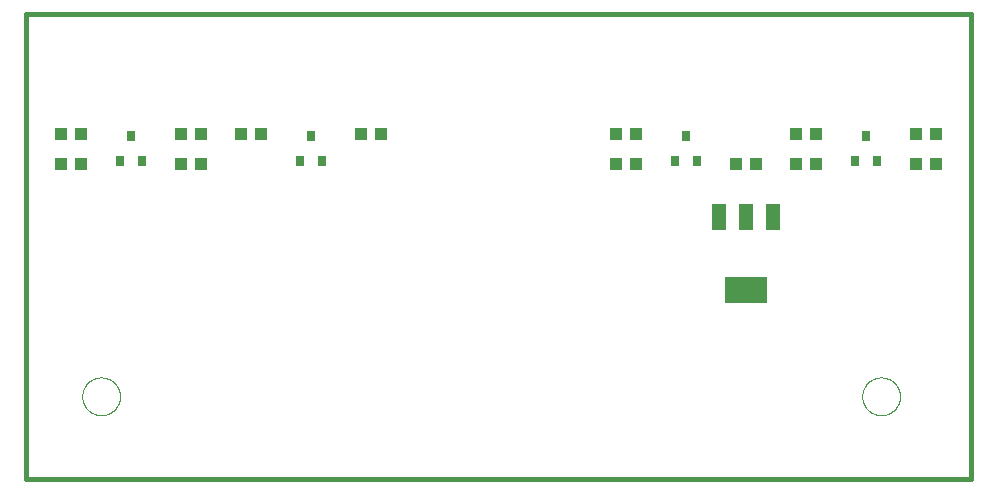
<source format=gtp>
G75*
%MOIN*%
%OFA0B0*%
%FSLAX25Y25*%
%IPPOS*%
%LPD*%
%AMOC8*
5,1,8,0,0,1.08239X$1,22.5*
%
%ADD10C,0.00000*%
%ADD11C,0.01600*%
%ADD12R,0.03150X0.03543*%
%ADD13R,0.04331X0.03937*%
%ADD14R,0.04799X0.08799*%
%ADD15R,0.14173X0.08661*%
D10*
X0020501Y0029300D02*
X0020503Y0029458D01*
X0020509Y0029616D01*
X0020519Y0029774D01*
X0020533Y0029932D01*
X0020551Y0030089D01*
X0020572Y0030246D01*
X0020598Y0030402D01*
X0020628Y0030558D01*
X0020661Y0030713D01*
X0020699Y0030866D01*
X0020740Y0031019D01*
X0020785Y0031171D01*
X0020834Y0031322D01*
X0020887Y0031471D01*
X0020943Y0031619D01*
X0021003Y0031765D01*
X0021067Y0031910D01*
X0021135Y0032053D01*
X0021206Y0032195D01*
X0021280Y0032335D01*
X0021358Y0032472D01*
X0021440Y0032608D01*
X0021524Y0032742D01*
X0021613Y0032873D01*
X0021704Y0033002D01*
X0021799Y0033129D01*
X0021896Y0033254D01*
X0021997Y0033376D01*
X0022101Y0033495D01*
X0022208Y0033612D01*
X0022318Y0033726D01*
X0022431Y0033837D01*
X0022546Y0033946D01*
X0022664Y0034051D01*
X0022785Y0034153D01*
X0022908Y0034253D01*
X0023034Y0034349D01*
X0023162Y0034442D01*
X0023292Y0034532D01*
X0023425Y0034618D01*
X0023560Y0034702D01*
X0023696Y0034781D01*
X0023835Y0034858D01*
X0023976Y0034930D01*
X0024118Y0035000D01*
X0024262Y0035065D01*
X0024408Y0035127D01*
X0024555Y0035185D01*
X0024704Y0035240D01*
X0024854Y0035291D01*
X0025005Y0035338D01*
X0025157Y0035381D01*
X0025310Y0035420D01*
X0025465Y0035456D01*
X0025620Y0035487D01*
X0025776Y0035515D01*
X0025932Y0035539D01*
X0026089Y0035559D01*
X0026247Y0035575D01*
X0026404Y0035587D01*
X0026563Y0035595D01*
X0026721Y0035599D01*
X0026879Y0035599D01*
X0027037Y0035595D01*
X0027196Y0035587D01*
X0027353Y0035575D01*
X0027511Y0035559D01*
X0027668Y0035539D01*
X0027824Y0035515D01*
X0027980Y0035487D01*
X0028135Y0035456D01*
X0028290Y0035420D01*
X0028443Y0035381D01*
X0028595Y0035338D01*
X0028746Y0035291D01*
X0028896Y0035240D01*
X0029045Y0035185D01*
X0029192Y0035127D01*
X0029338Y0035065D01*
X0029482Y0035000D01*
X0029624Y0034930D01*
X0029765Y0034858D01*
X0029904Y0034781D01*
X0030040Y0034702D01*
X0030175Y0034618D01*
X0030308Y0034532D01*
X0030438Y0034442D01*
X0030566Y0034349D01*
X0030692Y0034253D01*
X0030815Y0034153D01*
X0030936Y0034051D01*
X0031054Y0033946D01*
X0031169Y0033837D01*
X0031282Y0033726D01*
X0031392Y0033612D01*
X0031499Y0033495D01*
X0031603Y0033376D01*
X0031704Y0033254D01*
X0031801Y0033129D01*
X0031896Y0033002D01*
X0031987Y0032873D01*
X0032076Y0032742D01*
X0032160Y0032608D01*
X0032242Y0032472D01*
X0032320Y0032335D01*
X0032394Y0032195D01*
X0032465Y0032053D01*
X0032533Y0031910D01*
X0032597Y0031765D01*
X0032657Y0031619D01*
X0032713Y0031471D01*
X0032766Y0031322D01*
X0032815Y0031171D01*
X0032860Y0031019D01*
X0032901Y0030866D01*
X0032939Y0030713D01*
X0032972Y0030558D01*
X0033002Y0030402D01*
X0033028Y0030246D01*
X0033049Y0030089D01*
X0033067Y0029932D01*
X0033081Y0029774D01*
X0033091Y0029616D01*
X0033097Y0029458D01*
X0033099Y0029300D01*
X0033097Y0029142D01*
X0033091Y0028984D01*
X0033081Y0028826D01*
X0033067Y0028668D01*
X0033049Y0028511D01*
X0033028Y0028354D01*
X0033002Y0028198D01*
X0032972Y0028042D01*
X0032939Y0027887D01*
X0032901Y0027734D01*
X0032860Y0027581D01*
X0032815Y0027429D01*
X0032766Y0027278D01*
X0032713Y0027129D01*
X0032657Y0026981D01*
X0032597Y0026835D01*
X0032533Y0026690D01*
X0032465Y0026547D01*
X0032394Y0026405D01*
X0032320Y0026265D01*
X0032242Y0026128D01*
X0032160Y0025992D01*
X0032076Y0025858D01*
X0031987Y0025727D01*
X0031896Y0025598D01*
X0031801Y0025471D01*
X0031704Y0025346D01*
X0031603Y0025224D01*
X0031499Y0025105D01*
X0031392Y0024988D01*
X0031282Y0024874D01*
X0031169Y0024763D01*
X0031054Y0024654D01*
X0030936Y0024549D01*
X0030815Y0024447D01*
X0030692Y0024347D01*
X0030566Y0024251D01*
X0030438Y0024158D01*
X0030308Y0024068D01*
X0030175Y0023982D01*
X0030040Y0023898D01*
X0029904Y0023819D01*
X0029765Y0023742D01*
X0029624Y0023670D01*
X0029482Y0023600D01*
X0029338Y0023535D01*
X0029192Y0023473D01*
X0029045Y0023415D01*
X0028896Y0023360D01*
X0028746Y0023309D01*
X0028595Y0023262D01*
X0028443Y0023219D01*
X0028290Y0023180D01*
X0028135Y0023144D01*
X0027980Y0023113D01*
X0027824Y0023085D01*
X0027668Y0023061D01*
X0027511Y0023041D01*
X0027353Y0023025D01*
X0027196Y0023013D01*
X0027037Y0023005D01*
X0026879Y0023001D01*
X0026721Y0023001D01*
X0026563Y0023005D01*
X0026404Y0023013D01*
X0026247Y0023025D01*
X0026089Y0023041D01*
X0025932Y0023061D01*
X0025776Y0023085D01*
X0025620Y0023113D01*
X0025465Y0023144D01*
X0025310Y0023180D01*
X0025157Y0023219D01*
X0025005Y0023262D01*
X0024854Y0023309D01*
X0024704Y0023360D01*
X0024555Y0023415D01*
X0024408Y0023473D01*
X0024262Y0023535D01*
X0024118Y0023600D01*
X0023976Y0023670D01*
X0023835Y0023742D01*
X0023696Y0023819D01*
X0023560Y0023898D01*
X0023425Y0023982D01*
X0023292Y0024068D01*
X0023162Y0024158D01*
X0023034Y0024251D01*
X0022908Y0024347D01*
X0022785Y0024447D01*
X0022664Y0024549D01*
X0022546Y0024654D01*
X0022431Y0024763D01*
X0022318Y0024874D01*
X0022208Y0024988D01*
X0022101Y0025105D01*
X0021997Y0025224D01*
X0021896Y0025346D01*
X0021799Y0025471D01*
X0021704Y0025598D01*
X0021613Y0025727D01*
X0021524Y0025858D01*
X0021440Y0025992D01*
X0021358Y0026128D01*
X0021280Y0026265D01*
X0021206Y0026405D01*
X0021135Y0026547D01*
X0021067Y0026690D01*
X0021003Y0026835D01*
X0020943Y0026981D01*
X0020887Y0027129D01*
X0020834Y0027278D01*
X0020785Y0027429D01*
X0020740Y0027581D01*
X0020699Y0027734D01*
X0020661Y0027887D01*
X0020628Y0028042D01*
X0020598Y0028198D01*
X0020572Y0028354D01*
X0020551Y0028511D01*
X0020533Y0028668D01*
X0020519Y0028826D01*
X0020509Y0028984D01*
X0020503Y0029142D01*
X0020501Y0029300D01*
X0280501Y0029300D02*
X0280503Y0029458D01*
X0280509Y0029616D01*
X0280519Y0029774D01*
X0280533Y0029932D01*
X0280551Y0030089D01*
X0280572Y0030246D01*
X0280598Y0030402D01*
X0280628Y0030558D01*
X0280661Y0030713D01*
X0280699Y0030866D01*
X0280740Y0031019D01*
X0280785Y0031171D01*
X0280834Y0031322D01*
X0280887Y0031471D01*
X0280943Y0031619D01*
X0281003Y0031765D01*
X0281067Y0031910D01*
X0281135Y0032053D01*
X0281206Y0032195D01*
X0281280Y0032335D01*
X0281358Y0032472D01*
X0281440Y0032608D01*
X0281524Y0032742D01*
X0281613Y0032873D01*
X0281704Y0033002D01*
X0281799Y0033129D01*
X0281896Y0033254D01*
X0281997Y0033376D01*
X0282101Y0033495D01*
X0282208Y0033612D01*
X0282318Y0033726D01*
X0282431Y0033837D01*
X0282546Y0033946D01*
X0282664Y0034051D01*
X0282785Y0034153D01*
X0282908Y0034253D01*
X0283034Y0034349D01*
X0283162Y0034442D01*
X0283292Y0034532D01*
X0283425Y0034618D01*
X0283560Y0034702D01*
X0283696Y0034781D01*
X0283835Y0034858D01*
X0283976Y0034930D01*
X0284118Y0035000D01*
X0284262Y0035065D01*
X0284408Y0035127D01*
X0284555Y0035185D01*
X0284704Y0035240D01*
X0284854Y0035291D01*
X0285005Y0035338D01*
X0285157Y0035381D01*
X0285310Y0035420D01*
X0285465Y0035456D01*
X0285620Y0035487D01*
X0285776Y0035515D01*
X0285932Y0035539D01*
X0286089Y0035559D01*
X0286247Y0035575D01*
X0286404Y0035587D01*
X0286563Y0035595D01*
X0286721Y0035599D01*
X0286879Y0035599D01*
X0287037Y0035595D01*
X0287196Y0035587D01*
X0287353Y0035575D01*
X0287511Y0035559D01*
X0287668Y0035539D01*
X0287824Y0035515D01*
X0287980Y0035487D01*
X0288135Y0035456D01*
X0288290Y0035420D01*
X0288443Y0035381D01*
X0288595Y0035338D01*
X0288746Y0035291D01*
X0288896Y0035240D01*
X0289045Y0035185D01*
X0289192Y0035127D01*
X0289338Y0035065D01*
X0289482Y0035000D01*
X0289624Y0034930D01*
X0289765Y0034858D01*
X0289904Y0034781D01*
X0290040Y0034702D01*
X0290175Y0034618D01*
X0290308Y0034532D01*
X0290438Y0034442D01*
X0290566Y0034349D01*
X0290692Y0034253D01*
X0290815Y0034153D01*
X0290936Y0034051D01*
X0291054Y0033946D01*
X0291169Y0033837D01*
X0291282Y0033726D01*
X0291392Y0033612D01*
X0291499Y0033495D01*
X0291603Y0033376D01*
X0291704Y0033254D01*
X0291801Y0033129D01*
X0291896Y0033002D01*
X0291987Y0032873D01*
X0292076Y0032742D01*
X0292160Y0032608D01*
X0292242Y0032472D01*
X0292320Y0032335D01*
X0292394Y0032195D01*
X0292465Y0032053D01*
X0292533Y0031910D01*
X0292597Y0031765D01*
X0292657Y0031619D01*
X0292713Y0031471D01*
X0292766Y0031322D01*
X0292815Y0031171D01*
X0292860Y0031019D01*
X0292901Y0030866D01*
X0292939Y0030713D01*
X0292972Y0030558D01*
X0293002Y0030402D01*
X0293028Y0030246D01*
X0293049Y0030089D01*
X0293067Y0029932D01*
X0293081Y0029774D01*
X0293091Y0029616D01*
X0293097Y0029458D01*
X0293099Y0029300D01*
X0293097Y0029142D01*
X0293091Y0028984D01*
X0293081Y0028826D01*
X0293067Y0028668D01*
X0293049Y0028511D01*
X0293028Y0028354D01*
X0293002Y0028198D01*
X0292972Y0028042D01*
X0292939Y0027887D01*
X0292901Y0027734D01*
X0292860Y0027581D01*
X0292815Y0027429D01*
X0292766Y0027278D01*
X0292713Y0027129D01*
X0292657Y0026981D01*
X0292597Y0026835D01*
X0292533Y0026690D01*
X0292465Y0026547D01*
X0292394Y0026405D01*
X0292320Y0026265D01*
X0292242Y0026128D01*
X0292160Y0025992D01*
X0292076Y0025858D01*
X0291987Y0025727D01*
X0291896Y0025598D01*
X0291801Y0025471D01*
X0291704Y0025346D01*
X0291603Y0025224D01*
X0291499Y0025105D01*
X0291392Y0024988D01*
X0291282Y0024874D01*
X0291169Y0024763D01*
X0291054Y0024654D01*
X0290936Y0024549D01*
X0290815Y0024447D01*
X0290692Y0024347D01*
X0290566Y0024251D01*
X0290438Y0024158D01*
X0290308Y0024068D01*
X0290175Y0023982D01*
X0290040Y0023898D01*
X0289904Y0023819D01*
X0289765Y0023742D01*
X0289624Y0023670D01*
X0289482Y0023600D01*
X0289338Y0023535D01*
X0289192Y0023473D01*
X0289045Y0023415D01*
X0288896Y0023360D01*
X0288746Y0023309D01*
X0288595Y0023262D01*
X0288443Y0023219D01*
X0288290Y0023180D01*
X0288135Y0023144D01*
X0287980Y0023113D01*
X0287824Y0023085D01*
X0287668Y0023061D01*
X0287511Y0023041D01*
X0287353Y0023025D01*
X0287196Y0023013D01*
X0287037Y0023005D01*
X0286879Y0023001D01*
X0286721Y0023001D01*
X0286563Y0023005D01*
X0286404Y0023013D01*
X0286247Y0023025D01*
X0286089Y0023041D01*
X0285932Y0023061D01*
X0285776Y0023085D01*
X0285620Y0023113D01*
X0285465Y0023144D01*
X0285310Y0023180D01*
X0285157Y0023219D01*
X0285005Y0023262D01*
X0284854Y0023309D01*
X0284704Y0023360D01*
X0284555Y0023415D01*
X0284408Y0023473D01*
X0284262Y0023535D01*
X0284118Y0023600D01*
X0283976Y0023670D01*
X0283835Y0023742D01*
X0283696Y0023819D01*
X0283560Y0023898D01*
X0283425Y0023982D01*
X0283292Y0024068D01*
X0283162Y0024158D01*
X0283034Y0024251D01*
X0282908Y0024347D01*
X0282785Y0024447D01*
X0282664Y0024549D01*
X0282546Y0024654D01*
X0282431Y0024763D01*
X0282318Y0024874D01*
X0282208Y0024988D01*
X0282101Y0025105D01*
X0281997Y0025224D01*
X0281896Y0025346D01*
X0281799Y0025471D01*
X0281704Y0025598D01*
X0281613Y0025727D01*
X0281524Y0025858D01*
X0281440Y0025992D01*
X0281358Y0026128D01*
X0281280Y0026265D01*
X0281206Y0026405D01*
X0281135Y0026547D01*
X0281067Y0026690D01*
X0281003Y0026835D01*
X0280943Y0026981D01*
X0280887Y0027129D01*
X0280834Y0027278D01*
X0280785Y0027429D01*
X0280740Y0027581D01*
X0280699Y0027734D01*
X0280661Y0027887D01*
X0280628Y0028042D01*
X0280598Y0028198D01*
X0280572Y0028354D01*
X0280551Y0028511D01*
X0280533Y0028668D01*
X0280519Y0028826D01*
X0280509Y0028984D01*
X0280503Y0029142D01*
X0280501Y0029300D01*
D11*
X0001800Y0001800D02*
X0001800Y0156800D01*
X0316800Y0156800D01*
X0316800Y0001800D01*
X0001800Y0001800D01*
D12*
X0033060Y0107863D03*
X0040540Y0107863D03*
X0036800Y0116131D03*
X0093060Y0107863D03*
X0100540Y0107863D03*
X0096800Y0116131D03*
X0218060Y0107863D03*
X0225540Y0107863D03*
X0221800Y0116131D03*
X0278060Y0107863D03*
X0285540Y0107863D03*
X0281800Y0116131D03*
D13*
X0265146Y0116800D03*
X0258454Y0116800D03*
X0258454Y0106800D03*
X0265146Y0106800D03*
X0245146Y0106800D03*
X0238454Y0106800D03*
X0205146Y0106800D03*
X0198454Y0106800D03*
X0198454Y0116800D03*
X0205146Y0116800D03*
X0120146Y0116800D03*
X0113454Y0116800D03*
X0080146Y0116800D03*
X0073454Y0116800D03*
X0060146Y0116800D03*
X0053454Y0116800D03*
X0053454Y0106800D03*
X0060146Y0106800D03*
X0020146Y0106800D03*
X0013454Y0106800D03*
X0013454Y0116800D03*
X0020146Y0116800D03*
X0298454Y0116800D03*
X0305146Y0116800D03*
X0305146Y0106800D03*
X0298454Y0106800D03*
D14*
X0250898Y0089001D03*
X0241800Y0089001D03*
X0232702Y0089001D03*
D15*
X0241800Y0064599D03*
M02*

</source>
